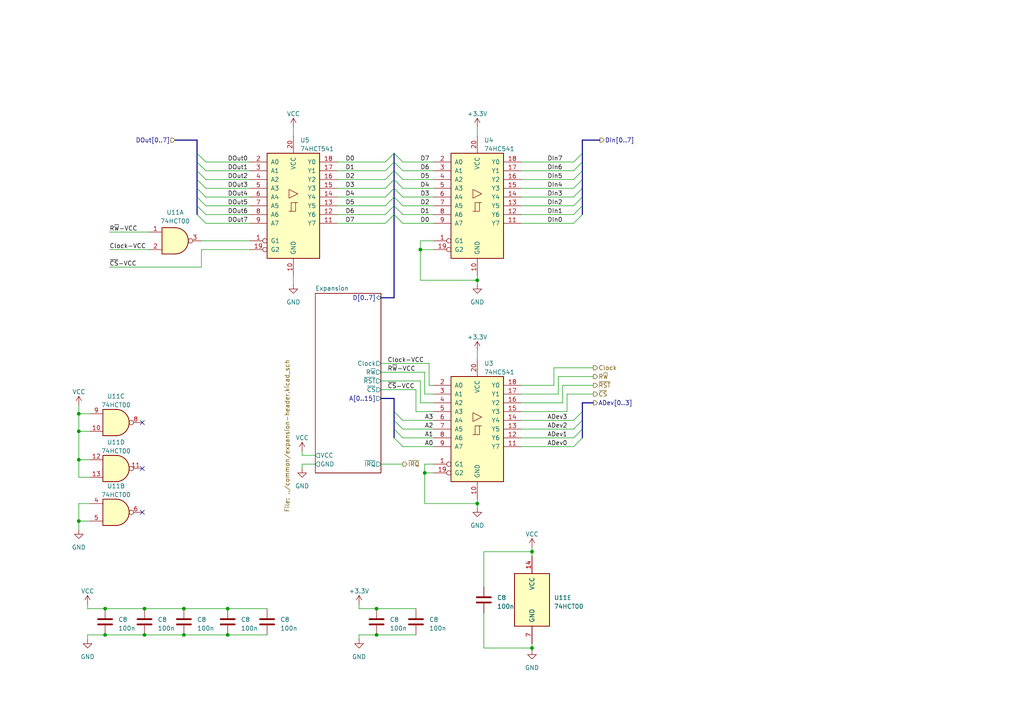
<source format=kicad_sch>
(kicad_sch (version 20230121) (generator eeschema)
  (paper "A4")
  (lib_symbols
    (symbol "74xx:74HCT00" (pin_names (offset 1.016))
      (property "Reference" "U" (at 0 1.27 0))
      (property "Value" "74HCT00" (at 0 -1.27 0))
      (symbol "74HCT00_1_1"
        (arc (start 0 -3.81) (mid 3.7934 0) (end 0 3.81) (stroke (width 0.254)) (fill (type background)))
        (polyline (pts (xy 0 3.81) (xy -3.81 3.81) (xy -3.81 -3.81) (xy 0 -3.81)) (stroke (width 0.254)) (fill (type background)))
        (pin input line (at -7.62 2.54 0) (length 3.81) (name "~") (number "1"))
        (pin input line (at -7.62 -2.54 0) (length 3.81) (name "~") (number "2"))
        (pin output inverted (at 7.62 0 180) (length 3.81) (name "~") (number "3"))
      )
      (symbol "74HCT00_1_2"
        (arc (start -3.81 -3.81) (mid -2.589 0) (end -3.81 3.81) (stroke (width 0.254)))
        (arc (start -0.6096 -3.81) (mid 2.1842 -2.5851) (end 3.81 0) (stroke (width 0.254)) (fill (type background)))
        (polyline (pts (xy -3.81 -3.81) (xy -0.635 -3.81)) (stroke (width 0.254)) (fill (type background)))
        (polyline (pts (xy -3.81 3.81) (xy -0.635 3.81)) (stroke (width 0.254)) (fill (type background)))
        (polyline (pts (xy -0.635 3.81) (xy -3.81 3.81) (xy -3.81 3.81) (xy -3.556 3.4036) (xy -3.0226 2.2606) (xy -2.6924 1.0414) (xy -2.6162 -0.254) (xy -2.7686 -1.4986) (xy -3.175 -2.7178) (xy -3.81 -3.81) (xy -3.81 -3.81) (xy -0.635 -3.81)) (stroke (width -25.4)) (fill (type background)))
        (arc (start 3.81 0) (mid 2.1915 2.5936) (end -0.6096 3.81) (stroke (width 0.254)) (fill (type background)))
        (pin input inverted (at -7.62 2.54 0) (length 4.318) (name "~") (number "1"))
        (pin input inverted (at -7.62 -2.54 0) (length 4.318) (name "~") (number "2"))
        (pin output line (at 7.62 0 180) (length 3.81) (name "~") (number "3"))
      )
      (symbol "74HCT00_2_1"
        (arc (start 0 -3.81) (mid 3.7934 0) (end 0 3.81) (stroke (width 0.254)) (fill (type background)))
        (polyline (pts (xy 0 3.81) (xy -3.81 3.81) (xy -3.81 -3.81) (xy 0 -3.81)) (stroke (width 0.254)) (fill (type background)))
        (pin input line (at -7.62 2.54 0) (length 3.81) (name "~") (number "4"))
        (pin input line (at -7.62 -2.54 0) (length 3.81) (name "~") (number "5"))
        (pin output inverted (at 7.62 0 180) (length 3.81) (name "~") (number "6"))
      )
      (symbol "74HCT00_2_2"
        (arc (start -3.81 -3.81) (mid -2.589 0) (end -3.81 3.81) (stroke (width 0.254)))
        (arc (start -0.6096 -3.81) (mid 2.1842 -2.5851) (end 3.81 0) (stroke (width 0.254)) (fill (type background)))
        (polyline (pts (xy -3.81 -3.81) (xy -0.635 -3.81)) (stroke (width 0.254)) (fill (type background)))
        (polyline (pts (xy -3.81 3.81) (xy -0.635 3.81)) (stroke (width 0.254)) (fill (type background)))
        (polyline (pts (xy -0.635 3.81) (xy -3.81 3.81) (xy -3.81 3.81) (xy -3.556 3.4036) (xy -3.0226 2.2606) (xy -2.6924 1.0414) (xy -2.6162 -0.254) (xy -2.7686 -1.4986) (xy -3.175 -2.7178) (xy -3.81 -3.81) (xy -3.81 -3.81) (xy -0.635 -3.81)) (stroke (width -25.4)) (fill (type background)))
        (arc (start 3.81 0) (mid 2.1915 2.5936) (end -0.6096 3.81) (stroke (width 0.254)) (fill (type background)))
        (pin input inverted (at -7.62 2.54 0) (length 4.318) (name "~") (number "4"))
        (pin input inverted (at -7.62 -2.54 0) (length 4.318) (name "~") (number "5"))
        (pin output line (at 7.62 0 180) (length 3.81) (name "~") (number "6"))
      )
      (symbol "74HCT00_3_1"
        (arc (start 0 -3.81) (mid 3.7934 0) (end 0 3.81) (stroke (width 0.254)) (fill (type background)))
        (polyline (pts (xy 0 3.81) (xy -3.81 3.81) (xy -3.81 -3.81) (xy 0 -3.81)) (stroke (width 0.254)) (fill (type background)))
        (pin input line (at -7.62 -2.54 0) (length 3.81) (name "~") (number "10"))
        (pin output inverted (at 7.62 0 180) (length 3.81) (name "~") (number "8"))
        (pin input line (at -7.62 2.54 0) (length 3.81) (name "~") (number "9"))
      )
      (symbol "74HCT00_3_2"
        (arc (start -3.81 -3.81) (mid -2.589 0) (end -3.81 3.81) (stroke (width 0.254)))
        (arc (start -0.6096 -3.81) (mid 2.1842 -2.5851) (end 3.81 0) (stroke (width 0.254)) (fill (type background)))
        (polyline (pts (xy -3.81 -3.81) (xy -0.635 -3.81)) (stroke (width 0.254)) (fill (type background)))
        (polyline (pts (xy -3.81 3.81) (xy -0.635 3.81)) (stroke (width 0.254)) (fill (type background)))
        (polyline (pts (xy -0.635 3.81) (xy -3.81 3.81) (xy -3.81 3.81) (xy -3.556 3.4036) (xy -3.0226 2.2606) (xy -2.6924 1.0414) (xy -2.6162 -0.254) (xy -2.7686 -1.4986) (xy -3.175 -2.7178) (xy -3.81 -3.81) (xy -3.81 -3.81) (xy -0.635 -3.81)) (stroke (width -25.4)) (fill (type background)))
        (arc (start 3.81 0) (mid 2.1915 2.5936) (end -0.6096 3.81) (stroke (width 0.254)) (fill (type background)))
        (pin input inverted (at -7.62 -2.54 0) (length 4.318) (name "~") (number "10"))
        (pin output line (at 7.62 0 180) (length 3.81) (name "~") (number "8"))
        (pin input inverted (at -7.62 2.54 0) (length 4.318) (name "~") (number "9"))
      )
      (symbol "74HCT00_4_1"
        (arc (start 0 -3.81) (mid 3.7934 0) (end 0 3.81) (stroke (width 0.254)) (fill (type background)))
        (polyline (pts (xy 0 3.81) (xy -3.81 3.81) (xy -3.81 -3.81) (xy 0 -3.81)) (stroke (width 0.254)) (fill (type background)))
        (pin output inverted (at 7.62 0 180) (length 3.81) (name "~") (number "11"))
        (pin input line (at -7.62 2.54 0) (length 3.81) (name "~") (number "12"))
        (pin input line (at -7.62 -2.54 0) (length 3.81) (name "~") (number "13"))
      )
      (symbol "74HCT00_4_2"
        (arc (start -3.81 -3.81) (mid -2.589 0) (end -3.81 3.81) (stroke (width 0.254)))
        (arc (start -0.6096 -3.81) (mid 2.1842 -2.5851) (end 3.81 0) (stroke (width 0.254)) (fill (type background)))
        (polyline (pts (xy -3.81 -3.81) (xy -0.635 -3.81)) (stroke (width 0.254)) (fill (type background)))
        (polyline (pts (xy -3.81 3.81) (xy -0.635 3.81)) (stroke (width 0.254)) (fill (type background)))
        (polyline (pts (xy -0.635 3.81) (xy -3.81 3.81) (xy -3.81 3.81) (xy -3.556 3.4036) (xy -3.0226 2.2606) (xy -2.6924 1.0414) (xy -2.6162 -0.254) (xy -2.7686 -1.4986) (xy -3.175 -2.7178) (xy -3.81 -3.81) (xy -3.81 -3.81) (xy -0.635 -3.81)) (stroke (width -25.4)) (fill (type background)))
        (arc (start 3.81 0) (mid 2.1915 2.5936) (end -0.6096 3.81) (stroke (width 0.254)) (fill (type background)))
        (pin output line (at 7.62 0 180) (length 3.81) (name "~") (number "11"))
        (pin input inverted (at -7.62 2.54 0) (length 4.318) (name "~") (number "12"))
        (pin input inverted (at -7.62 -2.54 0) (length 4.318) (name "~") (number "13"))
      )
      (symbol "74HCT00_5_0"
        (pin power_in line (at 0 12.7 270) (length 5.08) (name "VCC") (number "14"))
        (pin power_in line (at 0 -12.7 90) (length 5.08) (name "GND") (number "7"))
      )
      (symbol "74HCT00_5_1"
        (rectangle (start -5.08 7.62) (end 5.08 -7.62) (stroke (width 0.254)) (fill (type background)))
      )
    )
    (symbol "74xx:74LS541" (pin_names (offset 1.016))
      (property "Reference" "U" (at -7.62 16.51 0))
      (property "Value" "74LS541" (at -7.62 -16.51 0))
      (symbol "74LS541_1_0"
        (polyline (pts (xy -0.635 -1.6002) (xy -0.635 0.9398) (xy 0.635 0.9398)))
        (polyline (pts (xy -1.27 -1.6002) (xy 0.635 -1.6002) (xy 0.635 0.9398) (xy 1.27 0.9398)))
        (polyline (pts (xy 1.27 3.4798) (xy -1.27 4.7498) (xy -1.27 2.2098) (xy 1.27 3.4798)) (stroke (width 0.1524)))
        (pin input inverted (at -12.7 -10.16 0) (length 5.08) (name "G1") (number "1"))
        (pin power_in line (at 0 -20.32 90) (length 5.08) (name "GND") (number "10"))
        (pin tri_state line (at 12.7 -5.08 180) (length 5.08) (name "Y7") (number "11"))
        (pin tri_state line (at 12.7 -2.54 180) (length 5.08) (name "Y6") (number "12"))
        (pin tri_state line (at 12.7 0 180) (length 5.08) (name "Y5") (number "13"))
        (pin tri_state line (at 12.7 2.54 180) (length 5.08) (name "Y4") (number "14"))
        (pin tri_state line (at 12.7 5.08 180) (length 5.08) (name "Y3") (number "15"))
        (pin tri_state line (at 12.7 7.62 180) (length 5.08) (name "Y2") (number "16"))
        (pin tri_state line (at 12.7 10.16 180) (length 5.08) (name "Y1") (number "17"))
        (pin tri_state line (at 12.7 12.7 180) (length 5.08) (name "Y0") (number "18"))
        (pin input inverted (at -12.7 -12.7 0) (length 5.08) (name "G2") (number "19"))
        (pin input line (at -12.7 12.7 0) (length 5.08) (name "A0") (number "2"))
        (pin power_in line (at 0 20.32 270) (length 5.08) (name "VCC") (number "20"))
        (pin input line (at -12.7 10.16 0) (length 5.08) (name "A1") (number "3"))
        (pin input line (at -12.7 7.62 0) (length 5.08) (name "A2") (number "4"))
        (pin input line (at -12.7 5.08 0) (length 5.08) (name "A3") (number "5"))
        (pin input line (at -12.7 2.54 0) (length 5.08) (name "A4") (number "6"))
        (pin input line (at -12.7 0 0) (length 5.08) (name "A5") (number "7"))
        (pin input line (at -12.7 -2.54 0) (length 5.08) (name "A6") (number "8"))
        (pin input line (at -12.7 -5.08 0) (length 5.08) (name "A7") (number "9"))
      )
      (symbol "74LS541_1_1"
        (rectangle (start -7.62 15.24) (end 7.62 -15.24) (stroke (width 0.254)) (fill (type background)))
      )
    )
    (symbol "Device:C" (pin_numbers hide) (pin_names (offset 0.254))
      (property "Reference" "C" (at 0.635 2.54 0))
      (property "Value" "C" (at 0.635 -2.54 0))
      (symbol "C_0_1"
        (polyline (pts (xy -2.032 -0.762) (xy 2.032 -0.762)) (stroke (width 0.508)))
        (polyline (pts (xy -2.032 0.762) (xy 2.032 0.762)) (stroke (width 0.508)))
      )
      (symbol "C_1_1"
        (pin passive line (at 0 3.81 270) (length 2.794) (name "~") (number "1"))
        (pin passive line (at 0 -3.81 90) (length 2.794) (name "~") (number "2"))
      )
    )
    (symbol "power:+3.3V" (power) (pin_names (offset 0))
      (property "Value" "+3.3V" (at 0 3.556 0))
      (symbol "+3.3V_0_1"
        (polyline (pts (xy -0.762 1.27) (xy 0 2.54)))
        (polyline (pts (xy 0 0) (xy 0 2.54)))
        (polyline (pts (xy 0 2.54) (xy 0.762 1.27)))
      )
      (symbol "+3.3V_1_1"
        (pin power_in line (at 0 0 90) (length 0) hide (name "+3.3V") (number "1"))
      )
    )
    (symbol "power:GND" (power) (pin_names (offset 0))
      (property "Value" "GND" (at 0 -3.81 0))
      (symbol "GND_0_1"
        (polyline (pts (xy 0 0) (xy 0 -1.27) (xy 1.27 -1.27) (xy 0 -2.54) (xy -1.27 -1.27) (xy 0 -1.27)))
      )
      (symbol "GND_1_1"
        (pin power_in line (at 0 0 270) (length 0) hide (name "GND") (number "1"))
      )
    )
    (symbol "power:VCC" (power) (pin_names (offset 0))
      (property "Value" "VCC" (at 0 3.81 0))
      (symbol "VCC_0_1"
        (polyline (pts (xy -0.762 1.27) (xy 0 2.54)))
        (polyline (pts (xy 0 0) (xy 0 2.54)))
        (polyline (pts (xy 0 2.54) (xy 0.762 1.27)))
      )
      (symbol "VCC_1_1"
        (pin power_in line (at 0 0 90) (length 0) hide (name "VCC") (number "1"))
      )
    )
  )
  (junction (at 41.91 176.53))
  (junction (at 138.43 81.28))
  (junction (at 30.48 176.53))
  (junction (at 22.86 151.13))
  (junction (at 53.34 176.53))
  (junction (at 109.22 176.53))
  (junction (at 53.34 184.15))
  (junction (at 138.43 146.05))
  (junction (at 121.92 72.39))
  (junction (at 154.305 160.02))
  (junction (at 41.91 184.15))
  (junction (at 66.04 176.53))
  (junction (at 22.86 120.015))
  (junction (at 22.86 125.095))
  (junction (at 154.305 187.96))
  (junction (at 30.48 184.15))
  (junction (at 66.04 184.15))
  (junction (at 123.19 137.16))
  (junction (at 109.22 184.15))
  (junction (at 22.86 133.35))
  (no_connect (at 41.275 135.89))
  (no_connect (at 41.275 148.59))
  (no_connect (at 41.275 122.555))
  (bus_entry (at 114.3 124.46) (size 2.54 2.54))
  (bus_entry (at 57.15 49.53) (size 2.54 2.54))
  (bus_entry (at 114.3 54.61) (size 2.54 2.54))
  (bus_entry (at 168.91 59.69) (size -2.54 2.54))
  (bus_entry (at 114.3 121.92) (size 2.54 2.54))
  (bus_entry (at 114.3 44.45) (size 2.54 2.54))
  (bus_entry (at 114.3 57.15) (size 2.54 2.54))
  (bus_entry (at 168.91 54.61) (size -2.54 2.54))
  (bus_entry (at 114.3 127) (size 2.54 2.54))
  (bus_entry (at 114.3 54.61) (size -2.54 2.54))
  (bus_entry (at 114.3 46.99) (size 2.54 2.54))
  (bus_entry (at 57.15 57.15) (size 2.54 2.54))
  (bus_entry (at 114.3 119.38) (size 2.54 2.54))
  (bus_entry (at 114.3 44.45) (size -2.54 2.54))
  (bus_entry (at 114.3 52.07) (size 2.54 2.54))
  (bus_entry (at 57.15 62.23) (size 2.54 2.54))
  (bus_entry (at 114.3 49.53) (size 2.54 2.54))
  (bus_entry (at 57.15 46.99) (size 2.54 2.54))
  (bus_entry (at 114.3 57.15) (size -2.54 2.54))
  (bus_entry (at 57.15 54.61) (size 2.54 2.54))
  (bus_entry (at 114.3 49.53) (size -2.54 2.54))
  (bus_entry (at 168.91 62.23) (size -2.54 2.54))
  (bus_entry (at 168.91 46.99) (size -2.54 2.54))
  (bus_entry (at 114.3 52.07) (size -2.54 2.54))
  (bus_entry (at 168.91 57.15) (size -2.54 2.54))
  (bus_entry (at 114.3 46.99) (size -2.54 2.54))
  (bus_entry (at 57.15 59.69) (size 2.54 2.54))
  (bus_entry (at 57.15 44.45) (size 2.54 2.54))
  (bus_entry (at 168.91 121.92) (size -2.54 2.54))
  (bus_entry (at 57.15 52.07) (size 2.54 2.54))
  (bus_entry (at 168.91 124.46) (size -2.54 2.54))
  (bus_entry (at 114.3 62.23) (size 2.54 2.54))
  (bus_entry (at 114.3 59.69) (size 2.54 2.54))
  (bus_entry (at 168.91 52.07) (size -2.54 2.54))
  (bus_entry (at 168.91 44.45) (size -2.54 2.54))
  (bus_entry (at 168.91 119.38) (size -2.54 2.54))
  (bus_entry (at 114.3 62.23) (size -2.54 2.54))
  (bus_entry (at 168.91 127) (size -2.54 2.54))
  (bus_entry (at 114.3 59.69) (size -2.54 2.54))
  (bus_entry (at 168.91 49.53) (size -2.54 2.54))
  (bus (pts (xy 172.085 116.84) (xy 168.91 116.84)))
  (wire (pts (xy 66.04 176.53) (xy 77.47 176.53)))
  (wire (pts (xy 72.39 72.39) (xy 58.42 72.39)))
  (wire (pts (xy 59.69 62.23) (xy 72.39 62.23)))
  (wire (pts (xy 140.335 177.8) (xy 140.335 187.96)))
  (wire (pts (xy 154.305 158.75) (xy 154.305 160.02)))
  (wire (pts (xy 111.76 46.99) (xy 97.79 46.99)))
  (wire (pts (xy 154.305 160.02) (xy 154.305 161.29)))
  (wire (pts (xy 110.49 105.41) (xy 124.46 105.41)))
  (wire (pts (xy 151.13 119.38) (xy 164.465 119.38)))
  (wire (pts (xy 110.49 113.03) (xy 120.65 113.03)))
  (wire (pts (xy 151.13 114.3) (xy 161.925 114.3)))
  (wire (pts (xy 121.92 81.28) (xy 138.43 81.28)))
  (wire (pts (xy 116.84 62.23) (xy 125.73 62.23)))
  (wire (pts (xy 123.19 114.3) (xy 125.73 114.3)))
  (wire (pts (xy 140.335 170.18) (xy 140.335 160.02)))
  (wire (pts (xy 111.76 52.07) (xy 97.79 52.07)))
  (wire (pts (xy 41.91 184.15) (xy 53.34 184.15)))
  (wire (pts (xy 151.13 57.15) (xy 166.37 57.15)))
  (bus (pts (xy 114.3 54.61) (xy 114.3 57.15)))
  (bus (pts (xy 57.15 44.45) (xy 57.15 46.99)))
  (wire (pts (xy 59.69 64.77) (xy 72.39 64.77)))
  (wire (pts (xy 125.73 69.85) (xy 121.92 69.85)))
  (wire (pts (xy 26.035 138.43) (xy 22.86 138.43)))
  (wire (pts (xy 120.65 119.38) (xy 125.73 119.38)))
  (bus (pts (xy 114.3 52.07) (xy 114.3 54.61)))
  (bus (pts (xy 57.15 40.64) (xy 57.15 44.45)))
  (wire (pts (xy 58.42 69.85) (xy 72.39 69.85)))
  (wire (pts (xy 22.86 125.095) (xy 26.035 125.095)))
  (wire (pts (xy 22.86 133.35) (xy 22.86 125.095)))
  (wire (pts (xy 111.76 49.53) (xy 97.79 49.53)))
  (wire (pts (xy 151.13 129.54) (xy 166.37 129.54)))
  (wire (pts (xy 26.035 146.05) (xy 22.86 146.05)))
  (bus (pts (xy 168.91 40.64) (xy 168.91 44.45)))
  (wire (pts (xy 25.4 176.53) (xy 30.48 176.53)))
  (wire (pts (xy 151.13 64.77) (xy 166.37 64.77)))
  (wire (pts (xy 110.49 134.62) (xy 116.84 134.62)))
  (wire (pts (xy 124.46 105.41) (xy 124.46 111.76)))
  (wire (pts (xy 116.84 46.99) (xy 125.73 46.99)))
  (bus (pts (xy 114.3 115.57) (xy 114.3 119.38)))
  (bus (pts (xy 114.3 49.53) (xy 114.3 52.07)))
  (wire (pts (xy 85.09 80.01) (xy 85.09 82.55)))
  (wire (pts (xy 116.84 54.61) (xy 125.73 54.61)))
  (wire (pts (xy 31.75 77.47) (xy 58.42 77.47)))
  (bus (pts (xy 50.8 40.64) (xy 57.15 40.64)))
  (wire (pts (xy 123.19 107.95) (xy 123.19 114.3)))
  (wire (pts (xy 151.13 116.84) (xy 163.195 116.84)))
  (wire (pts (xy 58.42 72.39) (xy 58.42 77.47)))
  (wire (pts (xy 116.84 57.15) (xy 125.73 57.15)))
  (bus (pts (xy 114.3 62.23) (xy 114.3 86.36)))
  (wire (pts (xy 138.43 80.01) (xy 138.43 81.28)))
  (bus (pts (xy 114.3 119.38) (xy 114.3 121.92)))
  (wire (pts (xy 161.925 109.22) (xy 161.925 114.3)))
  (wire (pts (xy 121.92 72.39) (xy 125.73 72.39)))
  (bus (pts (xy 114.3 59.69) (xy 114.3 62.23)))
  (wire (pts (xy 124.46 111.76) (xy 125.73 111.76)))
  (wire (pts (xy 160.655 106.68) (xy 160.655 111.76)))
  (wire (pts (xy 104.14 176.53) (xy 109.22 176.53)))
  (wire (pts (xy 111.76 59.69) (xy 97.79 59.69)))
  (wire (pts (xy 31.75 67.31) (xy 43.18 67.31)))
  (wire (pts (xy 22.86 120.015) (xy 22.86 117.475)))
  (wire (pts (xy 138.43 101.6) (xy 138.43 104.14)))
  (wire (pts (xy 116.84 124.46) (xy 125.73 124.46)))
  (wire (pts (xy 151.13 46.99) (xy 166.37 46.99)))
  (wire (pts (xy 104.14 175.26) (xy 104.14 176.53)))
  (wire (pts (xy 140.335 160.02) (xy 154.305 160.02)))
  (bus (pts (xy 168.91 121.92) (xy 168.91 124.46)))
  (bus (pts (xy 168.91 57.15) (xy 168.91 59.69)))
  (bus (pts (xy 57.15 49.53) (xy 57.15 52.07)))
  (wire (pts (xy 123.19 146.05) (xy 138.43 146.05)))
  (bus (pts (xy 168.91 124.46) (xy 168.91 127)))
  (bus (pts (xy 168.91 49.53) (xy 168.91 52.07)))
  (wire (pts (xy 125.73 134.62) (xy 123.19 134.62)))
  (wire (pts (xy 109.22 184.15) (xy 120.65 184.15)))
  (wire (pts (xy 116.84 49.53) (xy 125.73 49.53)))
  (bus (pts (xy 168.91 54.61) (xy 168.91 57.15)))
  (wire (pts (xy 59.69 59.69) (xy 72.39 59.69)))
  (wire (pts (xy 111.76 57.15) (xy 97.79 57.15)))
  (bus (pts (xy 57.15 59.69) (xy 57.15 62.23)))
  (wire (pts (xy 151.13 54.61) (xy 166.37 54.61)))
  (wire (pts (xy 163.195 111.76) (xy 163.195 116.84)))
  (bus (pts (xy 168.91 52.07) (xy 168.91 54.61)))
  (bus (pts (xy 57.15 52.07) (xy 57.15 54.61)))
  (wire (pts (xy 87.63 135.89) (xy 87.63 134.62)))
  (wire (pts (xy 172.085 109.22) (xy 161.925 109.22)))
  (wire (pts (xy 123.19 134.62) (xy 123.19 137.16)))
  (wire (pts (xy 172.085 106.68) (xy 160.655 106.68)))
  (wire (pts (xy 123.19 137.16) (xy 123.19 146.05)))
  (wire (pts (xy 138.43 81.28) (xy 138.43 82.55)))
  (wire (pts (xy 22.86 146.05) (xy 22.86 151.13)))
  (wire (pts (xy 151.13 52.07) (xy 166.37 52.07)))
  (wire (pts (xy 87.63 134.62) (xy 91.44 134.62)))
  (bus (pts (xy 114.3 46.99) (xy 114.3 49.53)))
  (wire (pts (xy 164.465 114.3) (xy 172.085 114.3)))
  (wire (pts (xy 85.09 36.83) (xy 85.09 39.37)))
  (wire (pts (xy 41.91 176.53) (xy 53.34 176.53)))
  (wire (pts (xy 22.86 133.35) (xy 26.035 133.35)))
  (wire (pts (xy 121.92 72.39) (xy 121.92 81.28)))
  (wire (pts (xy 53.34 184.15) (xy 66.04 184.15)))
  (wire (pts (xy 59.69 57.15) (xy 72.39 57.15)))
  (wire (pts (xy 151.13 124.46) (xy 166.37 124.46)))
  (wire (pts (xy 22.86 138.43) (xy 22.86 133.35)))
  (wire (pts (xy 154.305 187.96) (xy 154.305 186.69)))
  (wire (pts (xy 25.4 184.15) (xy 30.48 184.15)))
  (wire (pts (xy 87.63 132.08) (xy 91.44 132.08)))
  (wire (pts (xy 138.43 36.83) (xy 138.43 39.37)))
  (bus (pts (xy 57.15 46.99) (xy 57.15 49.53)))
  (wire (pts (xy 59.69 49.53) (xy 72.39 49.53)))
  (wire (pts (xy 116.84 64.77) (xy 125.73 64.77)))
  (wire (pts (xy 25.4 185.42) (xy 25.4 184.15)))
  (wire (pts (xy 116.84 129.54) (xy 125.73 129.54)))
  (wire (pts (xy 138.43 144.78) (xy 138.43 146.05)))
  (wire (pts (xy 121.92 110.49) (xy 121.92 116.84)))
  (wire (pts (xy 123.19 137.16) (xy 125.73 137.16)))
  (wire (pts (xy 22.86 151.13) (xy 26.035 151.13)))
  (bus (pts (xy 168.91 46.99) (xy 168.91 49.53)))
  (wire (pts (xy 164.465 114.3) (xy 164.465 119.38)))
  (wire (pts (xy 151.13 62.23) (xy 166.37 62.23)))
  (bus (pts (xy 168.91 59.69) (xy 168.91 62.23)))
  (wire (pts (xy 138.43 146.05) (xy 138.43 147.32)))
  (wire (pts (xy 154.305 188.595) (xy 154.305 187.96)))
  (wire (pts (xy 25.4 175.26) (xy 25.4 176.53)))
  (wire (pts (xy 110.49 110.49) (xy 121.92 110.49)))
  (wire (pts (xy 116.84 121.92) (xy 125.73 121.92)))
  (wire (pts (xy 104.14 184.15) (xy 109.22 184.15)))
  (bus (pts (xy 110.49 86.36) (xy 114.3 86.36)))
  (bus (pts (xy 168.91 116.84) (xy 168.91 119.38)))
  (wire (pts (xy 116.84 127) (xy 125.73 127)))
  (wire (pts (xy 110.49 107.95) (xy 123.19 107.95)))
  (wire (pts (xy 22.86 120.015) (xy 26.035 120.015)))
  (wire (pts (xy 172.085 111.76) (xy 163.195 111.76)))
  (bus (pts (xy 114.3 121.92) (xy 114.3 124.46)))
  (wire (pts (xy 111.76 54.61) (xy 97.79 54.61)))
  (wire (pts (xy 140.335 187.96) (xy 154.305 187.96)))
  (wire (pts (xy 109.22 176.53) (xy 120.65 176.53)))
  (wire (pts (xy 87.63 130.81) (xy 87.63 132.08)))
  (wire (pts (xy 66.04 184.15) (xy 77.47 184.15)))
  (wire (pts (xy 116.84 59.69) (xy 125.73 59.69)))
  (wire (pts (xy 111.76 64.77) (xy 97.79 64.77)))
  (wire (pts (xy 121.92 69.85) (xy 121.92 72.39)))
  (bus (pts (xy 57.15 57.15) (xy 57.15 59.69)))
  (wire (pts (xy 120.65 113.03) (xy 120.65 119.38)))
  (bus (pts (xy 114.3 57.15) (xy 114.3 59.69)))
  (bus (pts (xy 110.49 115.57) (xy 114.3 115.57)))
  (wire (pts (xy 22.86 151.13) (xy 22.86 153.67)))
  (bus (pts (xy 168.91 119.38) (xy 168.91 121.92)))
  (wire (pts (xy 59.69 46.99) (xy 72.39 46.99)))
  (wire (pts (xy 111.76 62.23) (xy 97.79 62.23)))
  (wire (pts (xy 151.13 111.76) (xy 160.655 111.76)))
  (wire (pts (xy 53.34 176.53) (xy 66.04 176.53)))
  (wire (pts (xy 104.14 185.42) (xy 104.14 184.15)))
  (wire (pts (xy 116.84 52.07) (xy 125.73 52.07)))
  (bus (pts (xy 173.99 40.64) (xy 168.91 40.64)))
  (bus (pts (xy 57.15 54.61) (xy 57.15 57.15)))
  (wire (pts (xy 59.69 52.07) (xy 72.39 52.07)))
  (wire (pts (xy 151.13 121.92) (xy 166.37 121.92)))
  (wire (pts (xy 151.13 127) (xy 166.37 127)))
  (wire (pts (xy 151.13 49.53) (xy 166.37 49.53)))
  (wire (pts (xy 59.69 54.61) (xy 72.39 54.61)))
  (wire (pts (xy 31.75 72.39) (xy 43.18 72.39)))
  (wire (pts (xy 30.48 184.15) (xy 41.91 184.15)))
  (wire (pts (xy 22.86 125.095) (xy 22.86 120.015)))
  (bus (pts (xy 114.3 124.46) (xy 114.3 127)))
  (bus (pts (xy 168.91 44.45) (xy 168.91 46.99)))
  (wire (pts (xy 121.92 116.84) (xy 125.73 116.84)))
  (wire (pts (xy 151.13 59.69) (xy 166.37 59.69)))
  (wire (pts (xy 30.48 176.53) (xy 41.91 176.53)))
  (bus (pts (xy 114.3 44.45) (xy 114.3 46.99)))
  (label "~{CS}-VCC" (at 112.395 113.03 0))
  (label "D3" (at 121.92 57.15 0))
  (label "DIn7" (at 158.75 46.99 0))
  (label "D2" (at 102.87 52.07 180))
  (label "D3" (at 102.87 54.61 180))
  (label "DIn4" (at 158.75 54.61 0))
  (label "A1" (at 123.19 127 0))
  (label "DOut3" (at 66.04 54.61 0))
  (label "DIn3" (at 158.75 57.15 0))
  (label "DIn2" (at 158.75 59.69 0))
  (label "ADev2" (at 158.75 124.46 0))
  (label "ADev0" (at 158.75 129.54 0))
  (label "D1" (at 121.92 62.23 0))
  (label "A3" (at 123.19 121.92 0))
  (label "DOut1" (at 66.04 49.53 0))
  (label "DIn6" (at 158.75 49.53 0))
  (label "DOut6" (at 66.04 62.23 0))
  (label "Clock-VCC" (at 31.75 72.39 0))
  (label "DOut5" (at 66.04 59.69 0))
  (label "D0" (at 121.92 64.77 0))
  (label "R~{W}-VCC" (at 31.75 67.31 0))
  (label "Clock-VCC" (at 112.395 105.41 0))
  (label "D4" (at 121.92 54.61 0))
  (label "ADev3" (at 158.75 121.92 0))
  (label "D6" (at 102.87 62.23 180))
  (label "~{CS}-VCC" (at 31.75 77.47 0))
  (label "A0" (at 123.19 129.54 0))
  (label "DOut2" (at 66.04 52.07 0))
  (label "DIn5" (at 158.75 52.07 0))
  (label "D5" (at 102.87 59.69 180))
  (label "D0" (at 102.87 46.99 180))
  (label "A2" (at 123.19 124.46 0))
  (label "D2" (at 121.92 59.69 0))
  (label "DOut0" (at 66.04 46.99 0))
  (label "DOut4" (at 66.04 57.15 0))
  (label "R~{W}-VCC" (at 112.395 107.95 0))
  (label "DIn0" (at 158.75 64.77 0))
  (label "DIn1" (at 158.75 62.23 0))
  (label "D7" (at 102.87 64.77 180))
  (label "D6" (at 121.92 49.53 0))
  (label "DOut7" (at 66.04 64.77 0))
  (label "ADev1" (at 158.75 127 0))
  (label "D5" (at 121.92 52.07 0))
  (label "D1" (at 102.87 49.53 180))
  (label "D7" (at 121.92 46.99 0))
  (label "D4" (at 102.87 57.15 180))
  (hierarchical_label "DOut[0..7]" (shape input) (at 50.8 40.64 180))
  (hierarchical_label "~{CS}" (shape output) (at 172.085 114.3 0))
  (hierarchical_label "ADev[0..3]" (shape output) (at 172.085 116.84 0))
  (hierarchical_label "Clock" (shape output) (at 172.085 106.68 0))
  (hierarchical_label "R~{W}" (shape output) (at 172.085 109.22 0))
  (hierarchical_label "DIn[0..7]" (shape output) (at 173.99 40.64 0))
  (hierarchical_label "~{RST}" (shape output) (at 172.085 111.76 0))
  (hierarchical_label "~{IRQ}" (shape output) (at 116.84 134.62 0))
  (symbol (lib_id "Device:C") (at 109.22 180.34 0) (unit 1)
    (property "Reference" "C8" (at 113.03 179.705 0) (effects (justify left)))
    (property "Value" "100n" (at 113.03 182.245 0) (effects (justify left)))
    (property "Footprint" "Capacitor_SMD:C_0805_2012Metric" (effects hide))
    (instances (project "fpga_gpu" (path "" (reference "C8") (unit 1)) (path "" (reference "C16") (unit 1))))
  )
  (symbol (lib_id "Device:C") (at 53.34 180.34 0) (unit 1)
    (property "Reference" "C8" (at 57.15 179.705 0) (effects (justify left)))
    (property "Value" "100n" (at 57.15 182.245 0) (effects (justify left)))
    (property "Footprint" "Capacitor_SMD:C_0805_2012Metric" (effects hide))
    (instances (project "fpga_gpu" (path "" (reference "C8") (unit 1)) (path "" (reference "C13") (unit 1))))
  )
  (symbol (lib_id "Device:C") (at 77.47 180.34 0) (unit 1)
    (property "Reference" "C8" (at 81.28 179.705 0) (effects (justify left)))
    (property "Value" "100n" (at 81.28 182.245 0) (effects (justify left)))
    (property "Footprint" "Capacitor_SMD:C_0805_2012Metric" (effects hide))
    (instances (project "fpga_gpu" (path "" (reference "C8") (unit 1)) (path "" (reference "C15") (unit 1))))
  )
  (symbol (lib_id "power:GND") (at 22.86 153.67 0) (unit 1)
    (property "Reference" "#PWR011" (effects hide))
    (property "Value" "GND" (at 22.86 158.75 0))
    (instances (project "fpga_gpu" (path "" (reference "#PWR011") (unit 1)) (path "" (reference "#PWR050") (unit 1))))
  )
  (symbol (lib_id "power:VCC") (at 85.09 36.83 0) (unit 1)
    (property "Reference" "#PWR022" (effects hide))
    (property "Value" "VCC" (at 85.09 33.02 0))
  )
  (symbol (lib_id "power:+3.3V") (at 138.43 101.6 0) (unit 1)
    (property "Reference" "#PWR06" (effects hide))
    (property "Value" "+3.3V" (at 138.43 97.79 0))
    (instances (project "fpga_gpu" (path "" (reference "#PWR06") (unit 1)) (path "" (reference "#PWR024") (unit 1))))
  )
  (symbol (lib_id "power:GND") (at 138.43 82.55 0) (unit 1)
    (property "Reference" "#PWR011" (effects hide))
    (property "Value" "GND" (at 138.43 87.63 0))
    (instances (project "fpga_gpu" (path "" (reference "#PWR011") (unit 1)) (path "" (reference "#PWR021") (unit 1))))
  )
  (symbol (lib_id "power:GND") (at 87.63 135.89 0) (unit 1)
    (property "Reference" "#PWR011" (effects hide))
    (property "Value" "GND" (at 87.63 140.97 0))
    (instances (project "fpga_gpu" (path "" (reference "#PWR011") (unit 1)) (path "" (reference "#PWR018") (unit 1))))
  )
  (symbol (lib_id "power:GND") (at 25.4 185.42 0) (unit 1)
    (property "Reference" "#PWR011" (effects hide))
    (property "Value" "GND" (at 25.4 190.5 0))
    (instances (project "fpga_gpu" (path "" (reference "#PWR011") (unit 1)) (path "" (reference "#PWR027") (unit 1))))
  )
  (symbol (lib_id "power:GND") (at 138.43 147.32 0) (unit 1)
    (property "Reference" "#PWR011" (effects hide))
    (property "Value" "GND" (at 138.43 152.4 0))
    (instances (project "fpga_gpu" (path "" (reference "#PWR011") (unit 1)) (path "" (reference "#PWR025") (unit 1))))
  )
  (symbol (lib_id "Device:C") (at 120.65 180.34 0) (unit 1)
    (property "Reference" "C8" (at 124.46 179.705 0) (effects (justify left)))
    (property "Value" "100n" (at 124.46 182.245 0) (effects (justify left)))
    (property "Footprint" "Capacitor_SMD:C_0805_2012Metric" (effects hide))
    (instances (project "fpga_gpu" (path "" (reference "C8") (unit 1)) (path "" (reference "C17") (unit 1))))
  )
  (symbol (lib_id "74xx:74HCT00") (at 33.655 135.89 0) (unit 4)
    (property "Reference" "U11" (at 33.6467 128.27 0))
    (property "Value" "74HCT00" (at 33.6467 130.81 0))
    (property "Footprint" "Package_SO:SSOP-14_5.3x6.2mm_P0.65mm" (effects hide))
    (property "Datasheet" "http://www.ti.com/lit/gpn/sn74hct00" (effects hide))
  )
  (symbol (lib_id "power:GND") (at 104.14 185.42 0) (unit 1)
    (property "Reference" "#PWR011" (effects hide))
    (property "Value" "GND" (at 104.14 190.5 0))
    (instances (project "fpga_gpu" (path "" (reference "#PWR011") (unit 1)) (path "" (reference "#PWR035") (unit 1))))
  )
  (symbol (lib_id "74xx:74HCT00") (at 33.655 122.555 0) (unit 3)
    (property "Reference" "U11" (at 33.6467 114.935 0))
    (property "Value" "74HCT00" (at 33.6467 117.475 0))
    (property "Footprint" "Package_SO:SSOP-14_5.3x6.2mm_P0.65mm" (effects hide))
    (property "Datasheet" "http://www.ti.com/lit/gpn/sn74hct00" (effects hide))
  )
  (symbol (lib_id "power:VCC") (at 154.305 158.75 0) (unit 1)
    (property "Reference" "#PWR048" (effects hide))
    (property "Value" "VCC" (at 154.305 154.94 0))
  )
  (symbol (lib_id "74xx:74LS541") (at 138.43 124.46 0) (unit 1)
    (property "Reference" "U3" (at 140.3859 105.41 0) (effects (justify left)))
    (property "Value" "74HC541" (at 140.3859 107.95 0) (effects (justify left)))
    (property "Footprint" "Package_SO:SSOP-20_4.4x6.5mm_P0.65mm" (effects hide))
    (property "Datasheet" "http://www.ti.com/lit/gpn/sn74LS541" (effects hide))
  )
  (symbol (lib_id "74xx:74LS541") (at 138.43 59.69 0) (unit 1)
    (property "Reference" "U4" (at 140.3859 40.64 0) (effects (justify left)))
    (property "Value" "74HC541" (at 140.3859 43.18 0) (effects (justify left)))
    (property "Footprint" "Package_SO:SSOP-20_4.4x6.5mm_P0.65mm" (effects hide))
    (property "Datasheet" "http://www.ti.com/lit/gpn/sn74LS541" (effects hide))
  )
  (symbol (lib_id "power:VCC") (at 22.86 117.475 0) (unit 1)
    (property "Reference" "#PWR051" (effects hide))
    (property "Value" "VCC" (at 22.86 113.665 0))
  )
  (symbol (lib_id "power:GND") (at 154.305 188.595 0) (unit 1)
    (property "Reference" "#PWR011" (effects hide))
    (property "Value" "GND" (at 154.305 193.675 0))
    (instances (project "fpga_gpu" (path "" (reference "#PWR011") (unit 1)) (path "" (reference "#PWR049") (unit 1))))
  )
  (symbol (lib_id "74xx:74LS541") (at 85.09 59.69 0) (unit 1)
    (property "Reference" "U5" (at 87.0459 40.64 0) (effects (justify left)))
    (property "Value" "74HCT541" (at 87.0459 43.18 0) (effects (justify left)))
    (property "Footprint" "Package_SO:SSOP-20_4.4x6.5mm_P0.65mm" (effects hide))
    (property "Datasheet" "http://www.ti.com/lit/gpn/sn74LS541" (effects hide))
  )
  (symbol (lib_id "Device:C") (at 66.04 180.34 0) (unit 1)
    (property "Reference" "C8" (at 69.85 179.705 0) (effects (justify left)))
    (property "Value" "100n" (at 69.85 182.245 0) (effects (justify left)))
    (property "Footprint" "Capacitor_SMD:C_0805_2012Metric" (effects hide))
    (instances (project "fpga_gpu" (path "" (reference "C8") (unit 1)) (path "" (reference "C14") (unit 1))))
  )
  (symbol (lib_id "74xx:74HCT00") (at 33.655 148.59 0) (unit 2)
    (property "Reference" "U11" (at 33.6467 140.97 0))
    (property "Value" "74HCT00" (at 33.6467 143.51 0))
    (property "Footprint" "Package_SO:SSOP-14_5.3x6.2mm_P0.65mm" (effects hide))
    (property "Datasheet" "http://www.ti.com/lit/gpn/sn74hct00" (effects hide))
  )
  (symbol (lib_id "power:VCC") (at 25.4 175.26 0) (unit 1)
    (property "Reference" "#PWR026" (effects hide))
    (property "Value" "VCC" (at 25.4 171.45 0))
  )
  (symbol (lib_id "power:VCC") (at 87.63 130.81 0) (unit 1)
    (property "Reference" "#PWR019" (effects hide))
    (property "Value" "VCC" (at 87.63 127 0))
  )
  (symbol (lib_id "74xx:74HCT00") (at 154.305 173.99 0) (unit 5)
    (property "Reference" "U11" (at 160.655 173.355 0) (effects (justify left)))
    (property "Value" "74HCT00" (at 160.655 175.895 0) (effects (justify left)))
    (property "Footprint" "Package_SO:SSOP-14_5.3x6.2mm_P0.65mm" (effects hide))
    (property "Datasheet" "http://www.ti.com/lit/gpn/sn74hct00" (effects hide))
  )
  (symbol (lib_id "power:+3.3V") (at 104.14 175.26 0) (unit 1)
    (property "Reference" "#PWR06" (effects hide))
    (property "Value" "+3.3V" (at 104.14 171.45 0))
    (instances (project "fpga_gpu" (path "" (reference "#PWR06") (unit 1)) (path "" (reference "#PWR036") (unit 1))))
  )
  (symbol (lib_id "Device:C") (at 30.48 180.34 0) (unit 1)
    (property "Reference" "C8" (at 34.29 179.705 0) (effects (justify left)))
    (property "Value" "100n" (at 34.29 182.245 0) (effects (justify left)))
    (property "Footprint" "Capacitor_SMD:C_0805_2012Metric" (effects hide))
    (instances (project "fpga_gpu" (path "" (reference "C8") (unit 1)) (path "" (reference "C11") (unit 1))))
  )
  (symbol (lib_id "power:GND") (at 85.09 82.55 0) (unit 1)
    (property "Reference" "#PWR011" (effects hide))
    (property "Value" "GND" (at 85.09 87.63 0))
    (instances (project "fpga_gpu" (path "" (reference "#PWR011") (unit 1)) (path "" (reference "#PWR023") (unit 1))))
  )
  (symbol (lib_id "Device:C") (at 41.91 180.34 0) (unit 1)
    (property "Reference" "C8" (at 45.72 179.705 0) (effects (justify left)))
    (property "Value" "100n" (at 45.72 182.245 0) (effects (justify left)))
    (property "Footprint" "Capacitor_SMD:C_0805_2012Metric" (effects hide))
    (instances (project "fpga_gpu" (path "" (reference "C8") (unit 1)) (path "" (reference "C12") (unit 1))))
  )
  (symbol (lib_id "power:+3.3V") (at 138.43 36.83 0) (unit 1)
    (property "Reference" "#PWR06" (effects hide))
    (property "Value" "+3.3V" (at 138.43 33.02 0))
    (instances (project "fpga_gpu" (path "" (reference "#PWR06") (unit 1)) (path "" (reference "#PWR020") (unit 1))))
  )
  (symbol (lib_id "Device:C") (at 140.335 173.99 0) (unit 1)
    (property "Reference" "C8" (at 144.145 173.355 0) (effects (justify left)))
    (property "Value" "100n" (at 144.145 175.895 0) (effects (justify left)))
    (property "Footprint" "Capacitor_SMD:C_0805_2012Metric" (effects hide))
    (instances (project "fpga_gpu" (path "" (reference "C8") (unit 1)) (path "" (reference "C24") (unit 1))))
  )
  (symbol (lib_id "74xx:74HCT00") (at 50.8 69.85 0) (unit 1)
    (property "Reference" "U11" (at 50.7917 61.595 0))
    (property "Value" "74HCT00" (at 50.7917 64.135 0))
    (property "Footprint" "Package_SO:SSOP-14_5.3x6.2mm_P0.65mm" (effects hide))
    (property "Datasheet" "http://www.ti.com/lit/gpn/sn74hct00" (effects hide))
  )
  (sheet (at 91.44 85.09) (size 19.05 52.07) (stroke (width 0.1524))
    (property "Sheetname" "Expansion" (at 91.44 84.3784 0) (effects (justify left bottom)))
    (property "Sheetfile" "../common/expansion-header.kicad_sch" (at 82.55 148.59 90) (effects (justify left top)))
    (pin "D[0..7]" tri_state (at 110.49 86.36 0))
    (pin "R~{W}" output (at 110.49 107.95 0))
    (pin "Clock" output (at 110.49 105.41 0))
    (pin "~{CS}" output (at 110.49 113.03 0))
    (pin "~{IRQ}" output (at 110.49 134.62 0))
    (pin "~{RST}" output (at 110.49 110.49 0))
    (pin "A[0..15]" output (at 110.49 115.57 0))
    (pin "GND" output (at 91.44 134.62 180))
    (pin "VCC" output (at 91.44 132.08 180))
  )
)
</source>
